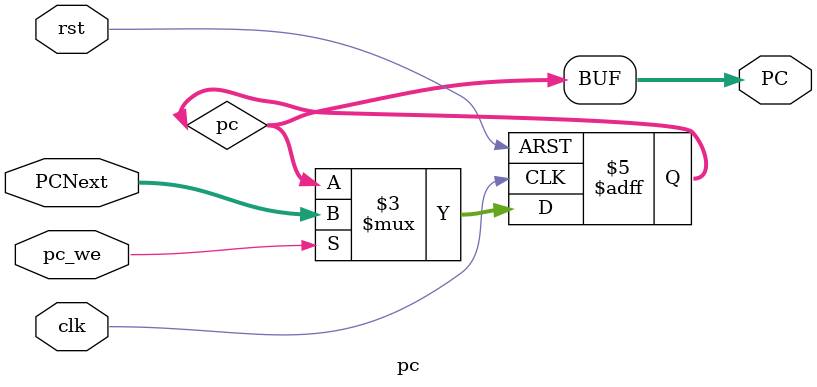
<source format=v>

module pc(
    input [31:0] PCNext, // next PC value
    input clk,  
    input pc_we,        // clock signal
    input rst,          // reset signal
    output [31:0] PC // current PC value
);

reg [31:0] pc;
    always@(posedge clk or posedge rst) begin
        if(rst) pc<=32'b0;
        else if(pc_we) pc<=PCNext;
        else pc<=pc;
    end

    assign PC = pc;
endmodule
</source>
